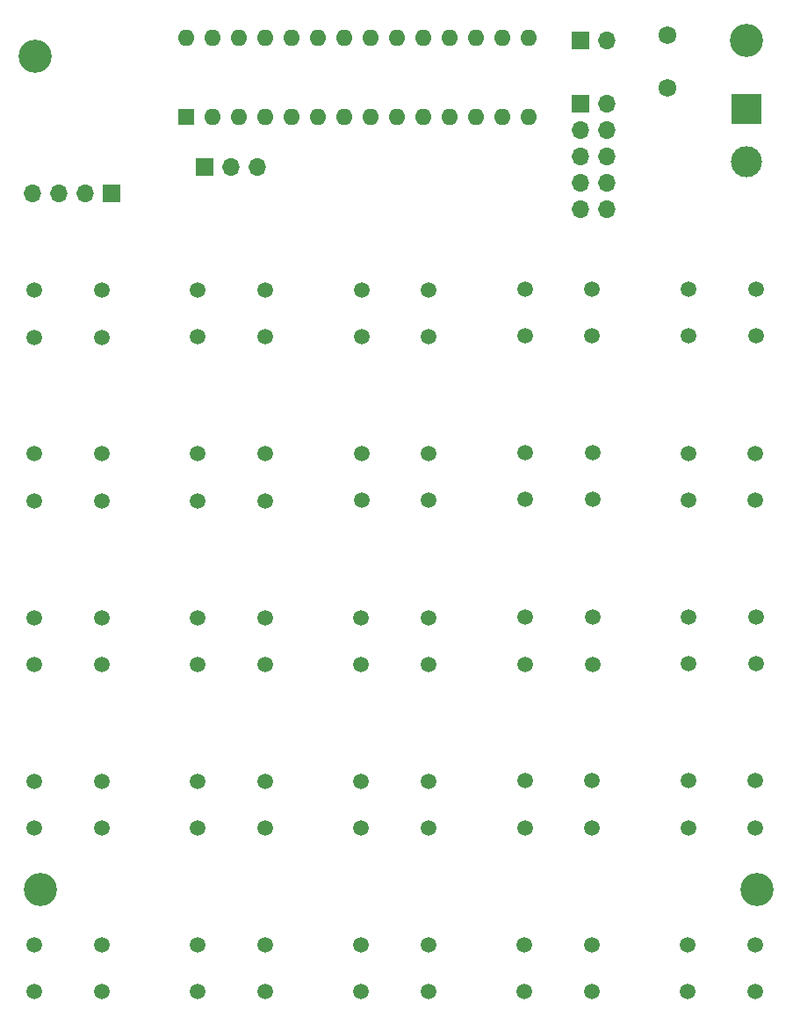
<source format=gbr>
%TF.GenerationSoftware,KiCad,Pcbnew,(6.0.1)*%
%TF.CreationDate,2023-04-26T14:09:52-06:00*%
%TF.ProjectId,Device_Design,44657669-6365-45f4-9465-7369676e2e6b,02*%
%TF.SameCoordinates,Original*%
%TF.FileFunction,Soldermask,Bot*%
%TF.FilePolarity,Negative*%
%FSLAX46Y46*%
G04 Gerber Fmt 4.6, Leading zero omitted, Abs format (unit mm)*
G04 Created by KiCad (PCBNEW (6.0.1)) date 2023-04-26 14:09:52*
%MOMM*%
%LPD*%
G01*
G04 APERTURE LIST*
%ADD10C,1.507998*%
%ADD11R,1.700000X1.700000*%
%ADD12O,1.700000X1.700000*%
%ADD13C,1.724000*%
%ADD14R,3.000000X3.000000*%
%ADD15C,3.000000*%
%ADD16C,3.200000*%
%ADD17R,1.600000X1.600000*%
%ADD18O,1.600000X1.600000*%
G04 APERTURE END LIST*
D10*
%TO.C,SW27*%
X156269996Y-152096006D03*
X149769994Y-152096006D03*
X149769994Y-156596007D03*
X156269996Y-156596007D03*
%TD*%
%TO.C,SW26*%
X156299998Y-136314005D03*
X149799996Y-136314005D03*
X149799996Y-140814006D03*
X156299998Y-140814006D03*
%TD*%
%TO.C,SW25*%
X156330000Y-120532004D03*
X149829998Y-120532004D03*
X149829998Y-125032005D03*
X156330000Y-125032005D03*
%TD*%
%TO.C,SW24*%
X156299998Y-104750003D03*
X149799996Y-104750003D03*
X149799996Y-109250004D03*
X156299998Y-109250004D03*
%TD*%
%TO.C,SW23*%
X156330000Y-88934001D03*
X149829998Y-88934001D03*
X149829998Y-93434002D03*
X156330000Y-93434002D03*
%TD*%
%TO.C,SW22*%
X140521996Y-152096006D03*
X134021994Y-152096006D03*
X134021994Y-156596007D03*
X140521996Y-156596007D03*
%TD*%
%TO.C,SW21*%
X140551998Y-136314005D03*
X134051996Y-136314005D03*
X134051996Y-140814006D03*
X140551998Y-140814006D03*
%TD*%
%TO.C,SW20*%
X140582000Y-120566005D03*
X134081998Y-120566005D03*
X134081998Y-125066006D03*
X140582000Y-125066006D03*
%TD*%
%TO.C,SW19*%
X140582000Y-104716002D03*
X134081998Y-104716002D03*
X134081998Y-109216003D03*
X140582000Y-109216003D03*
%TD*%
%TO.C,SW18*%
X140551998Y-88968002D03*
X134051996Y-88968002D03*
X134051996Y-93468003D03*
X140551998Y-93468003D03*
%TD*%
%TO.C,SW17*%
X124773996Y-152096006D03*
X118273994Y-152096006D03*
X118273994Y-156596007D03*
X124773996Y-156596007D03*
%TD*%
%TO.C,SW16*%
X124773996Y-136348006D03*
X118273994Y-136348006D03*
X118273994Y-140848007D03*
X124773996Y-140848007D03*
%TD*%
%TO.C,SW15*%
X124773996Y-120600006D03*
X118273994Y-120600006D03*
X118273994Y-125100007D03*
X124773996Y-125100007D03*
%TD*%
%TO.C,SW14*%
X124803998Y-104750003D03*
X118303996Y-104750003D03*
X118303996Y-109250004D03*
X124803998Y-109250004D03*
%TD*%
%TO.C,SW13*%
X124803998Y-89036004D03*
X118303996Y-89036004D03*
X118303996Y-93536005D03*
X124803998Y-93536005D03*
%TD*%
%TO.C,SW12*%
X108995994Y-152130007D03*
X102495992Y-152130007D03*
X102495992Y-156630008D03*
X108995994Y-156630008D03*
%TD*%
%TO.C,SW11*%
X108995994Y-136382007D03*
X102495992Y-136382007D03*
X102495992Y-140882008D03*
X108995994Y-140882008D03*
%TD*%
%TO.C,SW10*%
X109025996Y-120634007D03*
X102525994Y-120634007D03*
X102525994Y-125134008D03*
X109025996Y-125134008D03*
%TD*%
%TO.C,SW9*%
X108995994Y-104818005D03*
X102495992Y-104818005D03*
X102495992Y-109318006D03*
X108995994Y-109318006D03*
%TD*%
%TO.C,SW8*%
X109025996Y-89036004D03*
X102525994Y-89036004D03*
X102525994Y-93536005D03*
X109025996Y-93536005D03*
%TD*%
%TO.C,SW7*%
X93247994Y-152130007D03*
X86747992Y-152130007D03*
X86747992Y-156630008D03*
X93247994Y-156630008D03*
%TD*%
%TO.C,SW6*%
X93247994Y-136382007D03*
X86747992Y-136382007D03*
X86747992Y-140882008D03*
X93247994Y-140882008D03*
%TD*%
%TO.C,SW5*%
X93277996Y-120600006D03*
X86777994Y-120600006D03*
X86777994Y-125100007D03*
X93277996Y-125100007D03*
%TD*%
%TO.C,SW4*%
X93247994Y-104818005D03*
X86747992Y-104818005D03*
X86747992Y-109318006D03*
X93247994Y-109318006D03*
%TD*%
%TO.C,SW3*%
X93247994Y-89070005D03*
X86747992Y-89070005D03*
X86747992Y-93570006D03*
X93247994Y-93570006D03*
%TD*%
D11*
%TO.C,J5*%
X103139000Y-77216000D03*
D12*
X105679000Y-77216000D03*
X108219000Y-77216000D03*
%TD*%
D13*
%TO.C,SW1*%
X147803000Y-69596000D03*
X147803000Y-64516000D03*
%TD*%
D11*
%TO.C,J4*%
X139441000Y-65024000D03*
D12*
X141981000Y-65024000D03*
%TD*%
D11*
%TO.C,J3*%
X139441000Y-71125000D03*
D12*
X141981000Y-71125000D03*
X139441000Y-73665000D03*
X141981000Y-73665000D03*
X139441000Y-76205000D03*
X141981000Y-76205000D03*
X139441000Y-78745000D03*
X141981000Y-78745000D03*
X139441000Y-81285000D03*
X141981000Y-81285000D03*
%TD*%
D14*
%TO.C,J2*%
X155448000Y-71628000D03*
D15*
X155448000Y-76708000D03*
%TD*%
D16*
%TO.C,REF\u002A\u002A*%
X156464000Y-146812000D03*
%TD*%
%TO.C,REF\u002A\u002A*%
X155448000Y-65024000D03*
%TD*%
%TO.C,REF\u002A\u002A*%
X86868000Y-66548000D03*
%TD*%
D17*
%TO.C,U1*%
X101356000Y-72380000D03*
D18*
X103896000Y-72380000D03*
X106436000Y-72380000D03*
X108976000Y-72380000D03*
X111516000Y-72380000D03*
X114056000Y-72380000D03*
X116596000Y-72380000D03*
X119136000Y-72380000D03*
X121676000Y-72380000D03*
X124216000Y-72380000D03*
X126756000Y-72380000D03*
X129296000Y-72380000D03*
X131836000Y-72380000D03*
X134376000Y-72380000D03*
X134376000Y-64760000D03*
X131836000Y-64760000D03*
X129296000Y-64760000D03*
X126756000Y-64760000D03*
X124216000Y-64760000D03*
X121676000Y-64760000D03*
X119136000Y-64760000D03*
X116596000Y-64760000D03*
X114056000Y-64760000D03*
X111516000Y-64760000D03*
X108976000Y-64760000D03*
X106436000Y-64760000D03*
X103896000Y-64760000D03*
X101356000Y-64760000D03*
%TD*%
D16*
%TO.C,REF\u002A\u002A*%
X87376000Y-146812000D03*
%TD*%
D11*
%TO.C,J1*%
X94224000Y-79756000D03*
D12*
X91684000Y-79756000D03*
X89144000Y-79756000D03*
X86604000Y-79756000D03*
%TD*%
M02*

</source>
